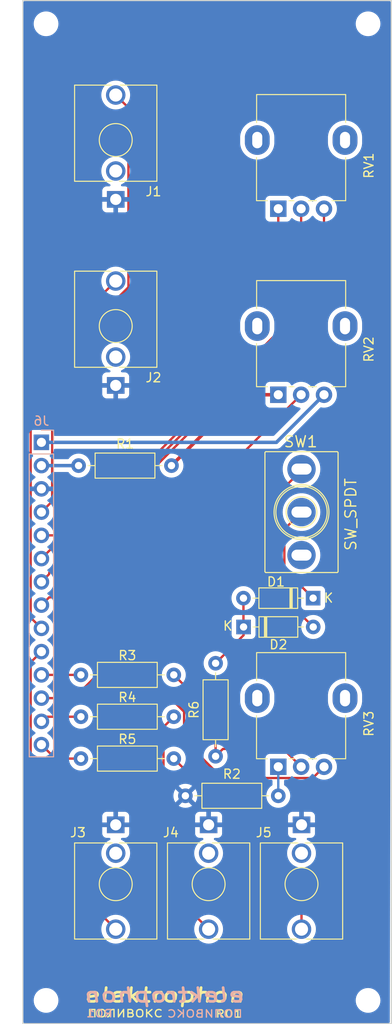
<source format=kicad_pcb>
(kicad_pcb (version 20221018) (generator pcbnew)
  (title_block (title "ПОЛИВОКС") (date "2020-06-01") (rev "01") (comment 1 "PCB for mount circuit") (comment 2 "schema for mount circuit") (comment 4 "License CC BY 4.0 - Attribution 4.0 International"))
  (layers (0 "F.Cu" signal) (31 "B.Cu" signal) (34 "B.Paste" user) (35 "F.Paste" user) (36 "B.SilkS" user "B.Silkscreen") (37 "F.SilkS" user "F.Silkscreen") (38 "B.Mask" user) (39 "F.Mask" user) (44 "Edge.Cuts" user))
  (net 0 "")
  (net 1 "GND")
  (net 2 "+15V")
  (net 3 "-15V")
  (net 4 "Net-(D1-A)")
  (net 5 "Net-(D1-K)")
  (net 6 "Net-(R2-Pad2)")
  (net 7 "/fm_in")
  (net 8 "/cv")
  (net 9 "/in")
  (net 10 "Net-(J4-PadT)")
  (net 11 "Net-(J5-PadT)")
  (net 12 "/lp_out")
  (net 13 "/bp_out")
  (net 14 "/res_2")
  (net 15 "/res_1")
  (net 16 "/freq")
  (net 17 "/fm_level_3")
  (net 18 "/fm_level_2")
  (net 19 "/fm_level_1")
  (net 20 "Net-(R1-Pad2)")
  (net 21 "Net-(R3-Pad2)")
  (footprint "MountingHole:MountingHole_2.2mm_M2" (layer "F.Cu") (at 27.94 27.94)
    (fp_text reference "H1" hide)
    (fp_text value "MountingHole" hide)
    (pad "" np_thru_hole circle (at 0 0) (size 2.2 2.2) (drill 2.2) (layers "*.Cu" "*.Mask"))
  )
  (footprint "MountingHole:MountingHole_2.2mm_M2" (layer "F.Cu") (at 63.16 27.94)
    (fp_text reference "H2" hide)
    (fp_text value "MountingHole" hide)
    (pad "" np_thru_hole circle (at 0 0) (size 2.2 2.2) (drill 2.2) (layers "*.Cu" "*.Mask"))
  )
  (footprint "MountingHole:MountingHole_2.2mm_M2" (layer "F.Cu") (at 63.16 134.62)
    (fp_text reference "H3" hide)
    (fp_text value "MountingHole" hide)
    (pad "" np_thru_hole circle (at 0 0) (size 2.2 2.2) (drill 2.2) (layers "*.Cu" "*.Mask"))
  )
  (footprint "MountingHole:MountingHole_2.2mm_M2" (layer "F.Cu") (at 27.94 134.62)
    (fp_text reference "H4" hide)
    (fp_text value "MountingHole" hide)
    (pad "" np_thru_hole circle (at 0 0) (size 2.2 2.2) (drill 2.2) (layers "*.Cu" "*.Mask"))
  )
  (footprint "Diode_THT:D_DO-35_SOD27_P7.62mm_Horizontal" (layer "F.Cu") (at 57.15 90.678 180)
    (fp_text reference "D1" (at 4.064 1.778) (layer "F.SilkS"))
    (fp_text value "1N4148")
    (fp_text user "K" (at -1.685 0.018) (layer "F.SilkS"))
    (fp_line (start 1.04 0) (end 1.69 0) (stroke (width 0.12)) (layer "F.SilkS"))
    (fp_line (start 1.69 -1.12) (end 1.69 1.12) (stroke (width 0.12)) (layer "F.SilkS"))
    (fp_line (start 1.69 1.12) (end 5.93 1.12) (stroke (width 0.12)) (layer "F.SilkS"))
    (fp_line (start 2.29 -1.12) (end 2.29 1.12) (stroke (width 0.12)) (layer "F.SilkS"))
    (fp_line (start 2.41 -1.12) (end 2.41 1.12) (stroke (width 0.12)) (layer "F.SilkS"))
    (fp_line (start 2.53 -1.12) (end 2.53 1.12) (stroke (width 0.12)) (layer "F.SilkS"))
    (fp_line (start 5.93 -1.12) (end 1.69 -1.12) (stroke (width 0.12)) (layer "F.SilkS"))
    (fp_line (start 5.93 1.12) (end 5.93 -1.12) (stroke (width 0.12)) (layer "F.SilkS"))
    (fp_line (start 6.58 0) (end 5.93 0) (stroke (width 0.12)) (layer "F.SilkS"))
    (pad "1" thru_hole rect (at 0 0 180) (size 1.6 1.6) (drill 0.8) (layers "*.Cu" "*.Mask") (net 5 "Net-(D1-K)"))
    (pad "2" thru_hole oval (at 7.62 0 180) (size 1.6 1.6) (drill 0.8) (layers "*.Cu" "*.Mask") (net 4 "Net-(D1-A)"))
  )
  (footprint "Diode_THT:D_DO-35_SOD27_P7.62mm_Horizontal" (layer "F.Cu") (at 49.542 93.826)
    (fp_text reference "D2" (at 3.81 1.932) (layer "F.SilkS"))
    (fp_text value "1N4148")
    (fp_text user "K" (at -1.732 -0.116) (layer "F.SilkS"))
    (fp_line (start 1.04 0) (end 1.69 0) (stroke (width 0.12)) (layer "F.SilkS"))
    (fp_line (start 1.69 -1.12) (end 1.69 1.12) (stroke (width 0.12)) (layer "F.SilkS"))
    (fp_line (start 1.69 1.12) (end 5.93 1.12) (stroke (width 0.12)) (layer "F.SilkS"))
    (fp_line (start 2.29 -1.12) (end 2.29 1.12) (stroke (width 0.12)) (layer "F.SilkS"))
    (fp_line (start 2.41 -1.12) (end 2.41 1.12) (stroke (width 0.12)) (layer "F.SilkS"))
    (fp_line (start 2.53 -1.12) (end 2.53 1.12) (stroke (width 0.12)) (layer "F.SilkS"))
    (fp_line (start 5.93 -1.12) (end 1.69 -1.12) (stroke (width 0.12)) (layer "F.SilkS"))
    (fp_line (start 5.93 1.12) (end 5.93 -1.12) (stroke (width 0.12)) (layer "F.SilkS"))
    (fp_line (start 6.58 0) (end 5.93 0) (stroke (width 0.12)) (layer "F.SilkS"))
    (pad "1" thru_hole rect (at 0 0) (size 1.6 1.6) (drill 0.8) (layers "*.Cu" "*.Mask") (net 4 "Net-(D1-A)"))
    (pad "2" thru_hole oval (at 7.62 0) (size 1.6 1.6) (drill 0.8) (layers "*.Cu" "*.Mask") (net 5 "Net-(D1-K)"))
  )
  (footprint "elektrophon:Jack_3.5mm_WQP-PJ398SM_Vertical" (layer "F.Cu") (at 35.56 40.64 180)
    (fp_text reference "J1" (at -4.13 -5.63 180) (layer "F.SilkS"))
    (fp_text value "FM_IN")
    (fp_line (start -4.5 -4.5) (end -4.5 6) (stroke (width 0.12)) (layer "F.SilkS"))
    (fp_line (start -0.5 6) (end -4.5 6) (stroke (width 0.12)) (layer "F.SilkS"))
    (fp_line (start -0.4 -4.5) (end -4.5 -4.5) (stroke (width 0.12)) (layer "F.SilkS"))
    (fp_line (start 4.5 -4.5) (end 0.4 -4.5) (stroke (width 0.12)) (layer "F.SilkS"))
    (fp_line (start 4.5 -4.5) (end 4.5 6) (stroke (width 0.12)) (layer "F.SilkS"))
    (fp_line (start 4.5 6) (end 0.5 6) (stroke (width 0.12)) (layer "F.SilkS"))
    (fp_circle (center 0 0) (end 1.8 0) (stroke (width 0.12)) (fill none) (layer "F.SilkS"))
    (pad "S" thru_hole rect (at 0 -6.48) (size 1.93 1.83) (drill 1.22) (layers "*.Cu" "*.Mask") (net 1 "GND"))
    (pad "T" thru_hole circle (at 0 4.92) (size 2.13 2.13) (drill 1.43) (layers "*.Cu" "*.Mask") (net 7 "/fm_in"))
    (pad "TN" thru_hole circle (at 0 -3.38) (size 2.13 2.13) (drill 1.42) (layers "*.Cu" "*.Mask"))
  )
  (footprint "elektrophon:Jack_3.5mm_WQP-PJ398SM_Vertical" (layer "F.Cu") (at 35.56 60.96 180)
    (fp_text reference "J2" (at -4.13 -5.63 180) (layer "F.SilkS"))
    (fp_text value "CV_IN")
    (fp_line (start -4.5 -4.5) (end -4.5 6) (stroke (width 0.12)) (layer "F.SilkS"))
    (fp_line (start -0.5 6) (end -4.5 6) (stroke (width 0.12)) (layer "F.SilkS"))
    (fp_line (start -0.4 -4.5) (end -4.5 -4.5) (stroke (width 0.12)) (layer "F.SilkS"))
    (fp_line (start 4.5 -4.5) (end 0.4 -4.5) (stroke (width 0.12)) (layer "F.SilkS"))
    (fp_line (start 4.5 -4.5) (end 4.5 6) (stroke (width 0.12)) (layer "F.SilkS"))
    (fp_line (start 4.5 6) (end 0.5 6) (stroke (width 0.12)) (layer "F.SilkS"))
    (fp_circle (center 0 0) (end 1.8 0) (stroke (width 0.12)) (fill none) (layer "F.SilkS"))
    (pad "S" thru_hole rect (at 0 -6.48) (size 1.93 1.83) (drill 1.22) (layers "*.Cu" "*.Mask") (net 1 "GND"))
    (pad "T" thru_hole circle (at 0 4.92) (size 2.13 2.13) (drill 1.43) (layers "*.Cu" "*.Mask") (net 8 "/cv"))
    (pad "TN" thru_hole circle (at 0 -3.38) (size 2.13 2.13) (drill 1.42) (layers "*.Cu" "*.Mask"))
  )
  (footprint "elektrophon:Jack_3.5mm_WQP-PJ398SM_Vertical" (layer "F.Cu") (at 35.56 121.92)
    (fp_text reference "J3" (at -4.13 -5.63) (layer "F.SilkS"))
    (fp_text value "INPUT")
    (fp_line (start -4.5 -4.5) (end -4.5 6) (stroke (width 0.12)) (layer "F.SilkS"))
    (fp_line (start -0.5 6) (end -4.5 6) (stroke (width 0.12)) (layer "F.SilkS"))
    (fp_line (start -0.4 -4.5) (end -4.5 -4.5) (stroke (width 0.12)) (layer "F.SilkS"))
    (fp_line (start 4.5 -4.5) (end 0.4 -4.5) (stroke (width 0.12)) (layer "F.SilkS"))
    (fp_line (start 4.5 -4.5) (end 4.5 6) (stroke (width 0.12)) (layer "F.SilkS"))
    (fp_line (start 4.5 6) (end 0.5 6) (stroke (width 0.12)) (layer "F.SilkS"))
    (fp_circle (center 0 0) (end 1.8 0) (stroke (width 0.12)) (fill none) (layer "F.SilkS"))
    (pad "S" thru_hole rect (at 0 -6.48 180) (size 1.93 1.83) (drill 1.22) (layers "*.Cu" "*.Mask") (net 1 "GND"))
    (pad "T" thru_hole circle (at 0 4.92 180) (size 2.13 2.13) (drill 1.43) (layers "*.Cu" "*.Mask") (net 9 "/in"))
    (pad "TN" thru_hole circle (at 0 -3.38 180) (size 2.13 2.13) (drill 1.42) (layers "*.Cu" "*.Mask"))
  )
  (footprint "elektrophon:Jack_3.5mm_WQP-PJ398SM_Vertical" (layer "F.Cu") (at 45.72 121.92)
    (fp_text reference "J4" (at -4.13 -5.63) (layer "F.SilkS"))
    (fp_text value "BP_OUT")
    (fp_line (start -4.5 -4.5) (end -4.5 6) (stroke (width 0.12)) (layer "F.SilkS"))
    (fp_line (start -0.5 6) (end -4.5 6) (stroke (width 0.12)) (layer "F.SilkS"))
    (fp_line (start -0.4 -4.5) (end -4.5 -4.5) (stroke (width 0.12)) (layer "F.SilkS"))
    (fp_line (start 4.5 -4.5) (end 0.4 -4.5) (stroke (width 0.12)) (layer "F.SilkS"))
    (fp_line (start 4.5 -4.5) (end 4.5 6) (stroke (width 0.12)) (layer "F.SilkS"))
    (fp_line (start 4.5 6) (end 0.5 6) (stroke (width 0.12)) (layer "F.SilkS"))
    (fp_circle (center 0 0) (end 1.8 0) (stroke (width 0.12)) (fill none) (layer "F.SilkS"))
    (pad "S" thru_hole rect (at 0 -6.48 180) (size 1.93 1.83) (drill 1.22) (layers "*.Cu" "*.Mask") (net 1 "GND"))
    (pad "T" thru_hole circle (at 0 4.92 180) (size 2.13 2.13) (drill 1.43) (layers "*.Cu" "*.Mask") (net 10 "Net-(J4-PadT)"))
    (pad "TN" thru_hole circle (at 0 -3.38 180) (size 2.13 2.13) (drill 1.42) (layers "*.Cu" "*.Mask"))
  )
  (footprint "elektrophon:Jack_3.5mm_WQP-PJ398SM_Vertical" (layer "F.Cu") (at 55.88 121.92)
    (fp_text reference "J5" (at -4.13 -5.63) (layer "F.SilkS"))
    (fp_text value "LP_OUT")
    (fp_line (start -4.5 -4.5) (end -4.5 6) (stroke (width 0.12)) (layer "F.SilkS"))
    (fp_line (start -0.5 6) (end -4.5 6) (stroke (width 0.12)) (layer "F.SilkS"))
    (fp_line (start -0.4 -4.5) (end -4.5 -4.5) (stroke (width 0.12)) (layer "F.SilkS"))
    (fp_line (start 4.5 -4.5) (end 0.4 -4.5) (stroke (width 0.12)) (layer "F.SilkS"))
    (fp_line (start 4.5 -4.5) (end 4.5 6) (stroke (width 0.12)) (layer "F.SilkS"))
    (fp_line (start 4.5 6) (end 0.5 6) (stroke (width 0.12)) (layer "F.SilkS"))
    (fp_circle (center 0 0) (end 1.8 0) (stroke (width 0.12)) (fill none) (layer "F.SilkS"))
    (pad "S" thru_hole rect (at 0 -6.48 180) (size 1.93 1.83) (drill 1.22) (layers "*.Cu" "*.Mask") (net 1 "GND"))
    (pad "T" thru_hole circle (at 0 4.92 180) (size 2.13 2.13) (drill 1.43) (layers "*.Cu" "*.Mask") (net 11 "Net-(J5-PadT)"))
    (pad "TN" thru_hole circle (at 0 -3.38 180) (size 2.13 2.13) (drill 1.42) (layers "*.Cu" "*.Mask"))
  )
  (footprint "Resistor_THT:R_Axial_DIN0207_L6.3mm_D2.5mm_P10.16mm_Horizontal" (layer "F.Cu") (at 31.496 76.2)
    (fp_text reference "R1" (at 5.08 -2.37) (layer "F.SilkS"))
    (fp_text value "47k")
    (fp_line (start 1.04 0) (end 1.81 0) (stroke (width 0.12)) (layer "F.SilkS"))
    (fp_line (start 1.81 -1.37) (end 1.81 1.37) (stroke (width 0.12)) (layer "F.SilkS"))
    (fp_line (start 1.81 1.37) (end 8.35 1.37) (stroke (width 0.12)) (layer "F.SilkS"))
    (fp_line (start 8.35 -1.37) (end 1.81 -1.37) (stroke (width 0.12)) (layer "F.SilkS"))
    (fp_line (start 8.35 1.37) (end 8.35 -1.37) (stroke (width 0.12)) (layer "F.SilkS"))
    (fp_line (start 9.12 0) (end 8.35 0) (stroke (width 0.12)) (layer "F.SilkS"))
    (pad "1" thru_hole circle (at 0 0) (size 1.6 1.6) (drill 0.8) (layers "*.Cu" "*.Mask") (net 3 "-15V"))
    (pad "2" thru_hole oval (at 10.16 0) (size 1.6 1.6) (drill 0.8) (layers "*.Cu" "*.Mask") (net 20 "Net-(R1-Pad2)"))
  )
  (footprint "Resistor_THT:R_Axial_DIN0207_L6.3mm_D2.5mm_P10.16mm_Horizontal" (layer "F.Cu") (at 43.18 112.268)
    (fp_text reference "R2" (at 5.08 -2.37) (layer "F.SilkS"))
    (fp_text value "100")
    (fp_line (start 1.04 0) (end 1.81 0) (stroke (width 0.12)) (layer "F.SilkS"))
    (fp_line (start 1.81 -1.37) (end 1.81 1.37) (stroke (width 0.12)) (layer "F.SilkS"))
    (fp_line (start 1.81 1.37) (end 8.35 1.37) (stroke (width 0.12)) (layer "F.SilkS"))
    (fp_line (start 8.35 -1.37) (end 1.81 -1.37) (stroke (width 0.12)) (layer "F.SilkS"))
    (fp_line (start 8.35 1.37) (end 8.35 -1.37) (stroke (width 0.12)) (layer "F.SilkS"))
    (fp_line (start 9.12 0) (end 8.35 0) (stroke (width 0.12)) (layer "F.SilkS"))
    (pad "1" thru_hole circle (at 0 0) (size 1.6 1.6) (drill 0.8) (layers "*.Cu" "*.Mask") (net 1 "GND"))
    (pad "2" thru_hole oval (at 10.16 0) (size 1.6 1.6) (drill 0.8) (layers "*.Cu" "*.Mask") (net 6 "Net-(R2-Pad2)"))
  )
  (footprint "Resistor_THT:R_Axial_DIN0207_L6.3mm_D2.5mm_P10.16mm_Horizontal" (layer "F.Cu") (at 31.75 99.06)
    (fp_text reference "R3" (at 5.08 -2.116) (layer "F.SilkS"))
    (fp_text value "27k")
    (fp_line (start 1.04 0) (end 1.81 0) (stroke (width 0.12)) (layer "F.SilkS"))
    (fp_line (start 1.81 -1.37) (end 1.81 1.37) (stroke (width 0.12)) (layer "F.SilkS"))
    (fp_line (start 1.81 1.37) (end 8.35 1.37) (stroke (width 0.12)) (layer "F.SilkS"))
    (fp_line (start 8.35 -1.37) (end 1.81 -1.37) (stroke (width 0.12)) (layer "F.SilkS"))
    (fp_line (start 8.35 1.37) (end 8.35 -1.37) (stroke (width 0.12)) (layer "F.SilkS"))
    (fp_line (start 9.12 0) (end 8.35 0) (stroke (width 0.12)) (layer "F.SilkS"))
    (pad "1" thru_hole circle (at 0 0) (size 1.6 1.6) (drill 0.8) (layers "*.Cu" "*.Mask") (net 15 "/res_1"))
    (pad "2" thru_hole oval (at 10.16 0) (size 1.6 1.6) (drill 0.8) (layers "*.Cu" "*.Mask") (net 21 "Net-(R3-Pad2)"))
  )
  (footprint "Resistor_THT:R_Axial_DIN0207_L6.3mm_D2.5mm_P10.16mm_Horizontal" (layer "F.Cu") (at 46.482 107.95 90)
    (fp_text reference "R6" (at 5.08 -2.37 90) (layer "F.SilkS"))
    (fp_text value "470")
    (fp_line (start 1.04 0) (end 1.81 0) (stroke (width 0.12)) (layer "F.SilkS"))
    (fp_line (start 1.81 -1.37) (end 1.81 1.37) (stroke (width 0.12)) (layer "F.SilkS"))
    (fp_line (start 1.81 1.37) (end 8.35 1.37) (stroke (width 0.12)) (layer "F.SilkS"))
    (fp_line (start 8.35 -1.37) (end 1.81 -1.37) (stroke (width 0.12)) (layer "F.SilkS"))
    (fp_line (start 8.35 1.37) (end 8.35 -1.37) (stroke (width 0.12)) (layer "F.SilkS"))
    (fp_line (start 9.12 0) (end 8.35 0) (stroke (width 0.12)) (layer "F.SilkS"))
    (pad "1" thru_hole circle (at 0 0 90) (size 1.6 1.6) (drill 0.8) (layers "*.Cu" "*.Mask") (net 21 "Net-(R3-Pad2)"))
    (pad "2" thru_hole oval (at 10.16 0 90) (size 1.6 1.6) (drill 0.8) (layers "*.Cu" "*.Mask") (net 4 "Net-(D1-A)"))
  )
  (footprint "Resistor_THT:R_Axial_DIN0207_L6.3mm_D2.5mm_P10.16mm_Horizontal" (layer "F.Cu") (at 31.75 103.632)
    (fp_text reference "R4" (at 5.08 -2.116) (layer "F.SilkS"))
    (fp_text value "1k")
    (fp_line (start 1.04 0) (end 1.81 0) (stroke (width 0.12)) (layer "F.SilkS"))
    (fp_line (start 1.81 -1.37) (end 1.81 1.37) (stroke (width 0.12)) (layer "F.SilkS"))
    (fp_line (start 1.81 1.37) (end 8.35 1.37) (stroke (width 0.12)) (layer "F.SilkS"))
    (fp_line (start 8.35 -1.37) (end 1.81 -1.37) (stroke (width 0.12)) (layer "F.SilkS"))
    (fp_line (start 8.35 1.37) (end 8.35 -1.37) (stroke (width 0.12)) (layer "F.SilkS"))
    (fp_line (start 9.12 0) (end 8.35 0) (stroke (width 0.12)) (layer "F.SilkS"))
    (pad "1" thru_hole circle (at 0 0) (size 1.6 1.6) (drill 0.8) (layers "*.Cu" "*.Mask") (net 13 "/bp_out"))
    (pad "2" thru_hole oval (at 10.16 0) (size 1.6 1.6) (drill 0.8) (layers "*.Cu" "*.Mask") (net 10 "Net-(J4-PadT)"))
  )
  (footprint "Resistor_THT:R_Axial_DIN0207_L6.3mm_D2.5mm_P10.16mm_Horizontal" (layer "F.Cu") (at 31.75 108.204)
    (fp_text reference "R5" (at 5.08 -2.116) (layer "F.SilkS"))
    (fp_text value "1k")
    (fp_line (start 1.04 0) (end 1.81 0) (stroke (width 0.12)) (layer "F.SilkS"))
    (fp_line (start 1.81 -1.37) (end 1.81 1.37) (stroke (width 0.12)) (layer "F.SilkS"))
    (fp_line (start 1.81 1.37) (end 8.35 1.37) (stroke (width 0.12)) (layer "F.SilkS"))
    (fp_line (start 8.35 -1.37) (end 1.81 -1.37) (stroke (width 0.12)) (layer "F.SilkS"))
    (fp_line (start 8.35 1.37) (end 8.35 -1.37) (stroke (width 0.12)) (layer "F.SilkS"))
    (fp_line (start 9.12 0) (end 8.35 0) (stroke (width 0.12)) (layer "F.SilkS"))
    (pad "1" thru_hole circle (at 0 0) (size 1.6 1.6) (drill 0.8) (layers "*.Cu" "*.Mask") (net 12 "/lp_out"))
    (pad "2" thru_hole oval (at 10.16 0) (size 1.6 1.6) (drill 0.8) (layers "*.Cu" "*.Mask") (net 11 "Net-(J5-PadT)"))
  )
  (footprint "elektrophon:Potentiometer_Alpha_RD901F-40-00D_Single_Vertical" (layer "F.Cu") (at 55.88 40.64 90)
    (fp_text reference "RV1" (at -2.794 7.366 270) (layer "F.SilkS"))
    (fp_text value "47k")
    (fp_line (start -6.62 -4.92) (end -1.9 -4.92) (stroke (width 0.12)) (layer "F.SilkS"))
    (fp_line (start -6.62 -3.73) (end -6.62 -4.91) (stroke (width 0.12)) (layer "F.SilkS"))
    (fp_line (start -6.62 -0.83) (end -6.62 -1.36) (stroke (width 0.12)) (layer "F.SilkS"))
    (fp_line (start -6.62 1.62) (end -6.62 0.79) (stroke (width 0.12)) (layer "F.SilkS"))
    (fp_line (start -6.62 4.83) (end -6.62 3.34) (stroke (width 0.12)) (layer "F.SilkS"))
    (fp_line (start -6.62 4.83) (end -1.9 4.83) (stroke (width 0.12)) (layer "F.SilkS"))
    (fp_line (start 1.91 -4.91) (end 4.97 -4.91) (stroke (width 0.12)) (layer "F.SilkS"))
    (fp_line (start 1.91 4.83) (end 4.97 4.83) (stroke (width 0.12)) (layer "F.SilkS"))
    (fp_line (start 4.97 4.83) (end 4.97 -4.91) (stroke (width 0.12)) (layer "F.SilkS"))
    (pad "" thru_hole oval (at 0 -4.84 180) (size 2.72 3.24) (drill oval 1.1 1.8) (layers "*.Cu" "*.Mask"))
    (pad "" thru_hole oval (at 0 4.76 180) (size 2.72 3.24) (drill oval 1.1 1.8) (layers "*.Cu" "*.Mask"))
    (pad "1" thru_hole rect (at -7.5 -2.54 180) (size 1.8 1.8) (drill 1) (layers "*.Cu" "*.Mask") (net 17 "/fm_level_3"))
    (pad "2" thru_hole circle (at -7.5 -0.04 180) (size 1.8 1.8) (drill 1) (layers "*.Cu" "*.Mask") (net 18 "/fm_level_2"))
    (pad "3" thru_hole circle (at -7.5 2.46 180) (size 1.8 1.8) (drill 1) (layers "*.Cu" "*.Mask") (net 19 "/fm_level_1"))
  )
  (footprint "elektrophon:Potentiometer_Alpha_RD901F-40-00D_Single_Vertical" (layer "F.Cu") (at 55.88 60.96 90)
    (fp_text reference "RV2" (at -2.54 7.366 270) (layer "F.SilkS"))
    (fp_text value "100k")
    (fp_line (start -6.62 -4.92) (end -1.9 -4.92) (stroke (width 0.12)) (layer "F.SilkS"))
    (fp_line (start -6.62 -3.73) (end -6.62 -4.91) (stroke (width 0.12)) (layer "F.SilkS"))
    (fp_line (start -6.62 -0.83) (end -6.62 -1.36) (stroke (width 0.12)) (layer "F.SilkS"))
    (fp_line (start -6.62 1.62) (end -6.62 0.79) (stroke (width 0.12)) (layer "F.SilkS"))
    (fp_line (start -6.62 4.83) (end -6.62 3.34) (stroke (width 0.12)) (layer "F.SilkS"))
    (fp_line (start -6.62 4.83) (end -1.9 4.83) (stroke (width 0.12)) (layer "F.SilkS"))
    (fp_line (start 1.91 -4.91) (end 4.97 -4.91) (stroke (width 0.12)) (layer "F.SilkS"))
    (fp_line (start 1.91 4.83) (end 4.97 4.83) (stroke (width 0.12)) (layer "F.SilkS"))
    (fp_line (start 4.97 4.83) (end 4.97 -4.91) (stroke (width 0.12)) (layer "F.SilkS"))
    (pad "" thru_hole oval (at 0 -4.84 180) (size 2.72 3.24) (drill oval 1.1 1.8) (layers "*.Cu" "*.Mask"))
    (pad "" thru_hole oval (at 0 4.76 180) (size 2.72 3.24) (drill oval 1.1 1.8) (layers "*.Cu" "*.Mask"))
    (pad "1" thru_hole rect (at -7.5 -2.54 180) (size 1.8 1.8) (drill 1) (layers "*.Cu" "*.Mask") (net 20 "Net-(R1-Pad2)"))
    (pad "2" thru_hole circle (at -7.5 -0.04 180) (size 1.8 1.8) (drill 1) (layers "*.Cu" "*.Mask") (net 16 "/freq"))
    (pad "3" thru_hole circle (at -7.5 2.46 180) (size 1.8 1.8) (drill 1) (layers "*.Cu" "*.Mask") (net 2 "+15V"))
  )
  (footprint "elektrophon:Potentiometer_Alpha_RD901F-40-00D_Single_Vertical" (layer "F.Cu") (at 55.88 101.6 90)
    (fp_text reference "RV3" (at -2.794 7.366 270) (layer "F.SilkS"))
    (fp_text value "100k")
    (fp_line (start -6.62 -4.92) (end -1.9 -4.92) (stroke (width 0.12)) (layer "F.SilkS"))
    (fp_line (start -6.62 -3.73) (end -6.62 -4.91) (stroke (width 0.12)) (layer "F.SilkS"))
    (fp_line (start -6.62 -0.83) (end -6.62 -1.36) (stroke (width 0.12)) (layer "F.SilkS"))
    (fp_line (start -6.62 1.62) (end -6.62 0.79) (stroke (width 0.12)) (layer "F.SilkS"))
    (fp_line (start -6.62 4.83) (end -6.62 3.34) (stroke (width 0.12)) (layer "F.SilkS"))
    (fp_line (start -6.62 4.83) (end -1.9 4.83) (stroke (width 0.12)) (layer "F.SilkS"))
    (fp_line (start 1.91 -4.91) (end 4.97 -4.91) (stroke (width 0.12)) (layer "F.SilkS"))
    (fp_line (start 1.91 4.83) (end 4.97 4.83) (stroke (width 0.12)) (layer "F.SilkS"))
    (fp_line (start 4.97 4.83) (end 4.97 -4.91) (stroke (width 0.12)) (layer "F.SilkS"))
    (pad "" thru_hole oval (at 0 -4.84 180) (size 2.72 3.24) (drill oval 1.1 1.8) (layers "*.Cu" "*.Mask"))
    (pad "" thru_hole oval (at 0 4.76 180) (size 2.72 3.24) (drill oval 1.1 1.8) (layers "*.Cu" "*.Mask"))
    (pad "1" thru_hole rect (at -7.5 -2.54 180) (size 1.8 1.8) (drill 1) (layers "*.Cu" "*.Mask") (net 6 "Net-(R2-Pad2)"))
    (pad "2" thru_hole circle (at -7.5 -0.04 180) (size 1.8 1.8) (drill 1) (layers "*.Cu" "*.Mask") (net 21 "Net-(R3-Pad2)"))
    (pad "3" thru_hole circle (at -7.5 2.46 180) (size 1.8 1.8) (drill 1) (layers "*.Cu" "*.Mask") (net 14 "/res_2"))
  )
  (footprint "elektrophon:SPDT_KIT" (layer "F.Cu") (at 55.88 81.28)
    (fp_text reference "SW1" (at -2.032 -6.985) (layer "F.SilkS") (effects (font (size 1.2065 1.2065) (thickness 0.1524)) (justify left bottom)))
    (fp_text value "SW_SPDT" (at 6.096 4.318 90) (layer "F.SilkS") (effects (font (size 1.2065 1.2065) (thickness 0.1524)) (justify left bottom)))
    (fp_line (start -4 6.5) (end -4 -6.5) (stroke (width 0.125)) (layer "F.SilkS"))
    (fp_line (start -3.9 -6.6) (end 3.9 -6.6) (stroke (width 0.125)) (layer "F.SilkS"))
    (fp_line (start 3.9 6.6) (end -3.9 6.6) (stroke (width 0.125)) (layer "F.SilkS"))
    (fp_line (start 4 -6.5) (end 4 6.5) (stroke (width 0.125)) (layer "F.SilkS"))
    (fp_arc (start -4.0005 -6.477) (mid -3.963303 -6.566803) (end -3.8735 -6.604) (stroke (width 0.125)) (layer "F.SilkS"))
    (fp_arc (start -3.8735 6.604) (mid -3.963303 6.566803) (end -4.0005 6.477) (stroke (width 0.125)) (layer "F.SilkS"))
    (fp_arc (start 3.8735 -6.604) (mid 3.963303 -6.566803) (end 4.0005 -6.477) (stroke (width 0.125)) (layer "F.SilkS"))
    (fp_arc (start 4.0005 6.477) (mid 3.963303 6.566803) (end 3.8735 6.604) (stroke (width 0.125)) (layer "F.SilkS"))
    (fp_circle (center 0 0) (end 0.254 -2.794) (stroke (width 0.125)) (fill none) (layer "F.SilkS"))
    (fp_circle (center 0 0) (end 0.3175 -1.651) (stroke (width 0.125)) (fill none) (layer "F.SilkS"))
    (fp_circle (center 0 0) (end 3 0) (stroke (width 0.125)) (fill none) (layer "F.SilkS"))
    (pad "1" thru_hole circle (at 0 -4.7) (size 3.1 3.1) (drill oval 2.2 1.2) (layers "*.Cu" "*.Mask") (net 14 "/res_2"))
    (pad "2" thru_hole circle (at 0 0) (size 3.1 3.1) (drill oval 2.2 1.2) (layers "*.Cu" "*.Mask") (net 5 "Net-(D1-K)"))
    (pad "3" thru_hole circle (at 0 4.7) (size 3.1 3.1) (drill oval 2.2 1.2) (layers "*.Cu" "*.Mask"))
  )
  (footprint "elektrophon:elektrophon logo" (layer "F.Cu") (at 40.91 135.06)
    (fp_text reference "REF**" hide)
    (fp_text value "elektrophon logo" hide)
    (fp_text user "ПОЛИВОКС" (at 8.62 1.02) (layer "B.SilkS") (effects (font (size 0.8 1)) (justify left mirror)))
    (fp_text user "elektrophon" (at 0 -1.016) (layer "B.SilkS") (effects (font (size 1.5 2) (thickness 0.3) italic) (justify mirror)))
    (fp_text user "R01" (at -8.68 0.99) (layer "B.SilkS") (effects (font (size 0.8 1)) (justify right mirror)))
    (fp_text user "elektrophon" (at 0 -1.016) (layer "F.SilkS") (effects (font (size 1.5 2) (thickness 0.3) italic)))
    (fp_text user "ПОЛИВОКС" (at -8.54 0.99) (layer "F.SilkS") (effects (font (size 0.8 1)) (justify left)))
    (fp_text user "R01" (at 8.58 1.02) (layer "F.SilkS") (effects (font (size 0.8 1)) (justify right)))
  )
  (footprint "Connector_PinHeader_2.54mm:PinHeader_1x14_P2.54mm_Vertical" (layer "B.Cu") (at 27.432 73.66 180)
    (fp_text reference "J6" (at 0 2.33) (layer "B.SilkS") (effects (justify mirror)))
    (fp_text value "01x14 Male")
    (fp_line (start -1.33 -34.35) (end 1.33 -34.35) (stroke (width 0.12)) (layer "B.SilkS"))
    (fp_line (start -1.33 -1.27) (end -1.33 -34.35) (stroke (width 0.12)) (layer "B.SilkS"))
    (fp_line (start -1.33 -1.27) (end 1.33 -1.27) (stroke (width 0.12)) (layer "B.SilkS"))
    (fp_line (start -1.33 0) (end -1.33 1.33) (stroke (width 0.12)) (layer "B.SilkS"))
    (fp_line (start -1.33 1.33) (end 0 1.33) (stroke (width 0.12)) (layer "B.SilkS"))
    (fp_line (start 1.33 -1.27) (end 1.33 -34.35) (stroke (width 0.12)) (layer "B.SilkS"))
    (pad "1" thru_hole rect (at 0 0 180) (size 1.7 1.7) (drill 1) (layers "*.Cu" "*.Mask") (net 2 "+15V"))
    (pad "2" thru_hole oval (at 0 -2.54 180) (size 1.7 1.7) (drill 1) (layers "*.Cu" "*.Mask") (net 3 "-15V"))
    (pad "3" thru_hole oval (at 0 -5.08 180) (size 1.7 1.7) (drill 1) (layers "*.Cu" "*.Mask") (net 1 "GND"))
    (pad "4" thru_hole oval (at 0 -7.62 180) (size 1.7 1.7) (drill 1) (layers "*.Cu" "*.Mask") (net 7 "/fm_in"))
    (pad "5" thru_hole oval (at 0 -10.16 180) (size 1.7 1.7) (drill 1) (layers "*.Cu" "*.Mask") (net 17 "/fm_level_3"))
    (pad "6" thru_hole oval (at 0 -12.7 180) (size 1.7 1.7) (drill 1) (layers "*.Cu" "*.Mask") (net 18 "/fm_level_2"))
    (pad "7" thru_hole oval (at 0 -15.24 180) (size 1.7 1.7) (drill 1) (layers "*.Cu" "*.Mask") (net 19 "/fm_level_1"))
    (pad "8" thru_hole oval (at 0 -17.78 180) (size 1.7 1.7) (drill 1) (layers "*.Cu" "*.Mask") (net 16 "/freq"))
    (pad "9" thru_hole oval (at 0 -20.32 180) (size 1.7 1.7) (drill 1) (layers "*.Cu" "*.Mask") (net 8 "/cv"))
    (pad "10" thru_hole oval (at 0 -22.86 180) (size 1.7 1.7) (drill 1) (layers "*.Cu" "*.Mask") (net 9 "/in"))
    (pad "11" thru_hole oval (at 0 -25.4 180) (size 1.7 1.7) (drill 1) (layers "*.Cu" "*.Mask") (net 15 "/res_1"))
    (pad "12" thru_hole oval (at 0 -27.94 180) (size 1.7 1.7) (drill 1) (layers "*.Cu" "*.Mask") (net 14 "/res_2"))
    (pad "13" thru_hole oval (at 0 -30.48 180) (size 1.7 1.7) (drill 1) (layers "*.Cu" "*.Mask") (net 13 "/bp_out"))
    (pad "14" thru_hole oval (at 0 -33.02 180) (size 1.7 1.7) (drill 1) (layers "*.Cu" "*.Mask") (net 12 "/lp_out"))
  )
  (gr_line (start 25.4 137.16) (end 25.4 25.4) (stroke (width 0.12)) (layer "Edge.Cuts"))
  (gr_line (start 25.4 25.4) (end 65.7 25.4) (stroke (width 0.12)) (layer "Edge.Cuts"))
  (gr_line (start 65.7 137.16) (end 25.4 137.16) (stroke (width 0.12)) (layer "Edge.Cuts"))
  (gr_line (start 65.7 25.4) (end 65.7 137.16) (stroke (width 0.12)) (layer "Edge.Cuts"))
  (segment (start 58.34 68.46) (end 53.14 73.66) (width 0.381) (layer "B.Cu") (net 2))
  (segment (start 53.14 73.66) (end 27.432 73.66) (width 0.381) (layer "B.Cu") (net 2))
  (segment (start 27.432 76.2) (end 31.496 76.2) (width 0.381) (layer "B.Cu") (net 3))
  (segment (start 46.482 97.79) (end 49.542 94.73) (width 0.25) (layer "F.Cu") (net 4))
  (segment (start 49.53 90.678) (end 49.53 93.814) (width 0.25) (layer "F.Cu") (net 4))
  (segment (start 49.542 94.73) (end 49.542 93.826) (width 0.25) (layer "F.Cu") (net 4))
  (segment (start 49.53 93.814) (end 49.542 93.826) (width 0.25) (layer "F.Cu") (net 4))
  (segment (start 54.004999 87.532999) (end 54.004999 90.668999) (width 0.25) (layer "F.Cu") (net 5))
  (segment (start 54.004999 87.532999) (end 57.15 90.678) (width 0.25) (layer "F.Cu") (net 5))
  (segment (start 54.004999 90.668999) (end 57.162 93.826) (width 0.25) (layer "F.Cu") (net 5))
  (segment (start 55.88 81.28) (end 54.004999 83.155001) (width 0.25) (layer "F.Cu") (net 5))
  (segment (start 54.004999 83.155001) (end 54.004999 87.532999) (width 0.25) (layer "F.Cu") (net 5))
  (segment (start 53.34 112.268) (end 53.34 109.1) (width 0.25) (layer "B.Cu") (net 6))
  (segment (start 28.607001 65.050201) (end 36.950001 56.707201) (width 0.25) (layer "F.Cu") (net 7))
  (segment (start 36.950001 37.110001) (end 35.56 35.72) (width 0.25) (layer "F.Cu") (net 7))
  (segment (start 27.432 81.28) (end 28.607001 80.104999) (width 0.25) (layer "F.Cu") (net 7))
  (segment (start 36.950001 56.707201) (end 36.950001 37.110001) (width 0.25) (layer "F.Cu") (net 7))
  (segment (start 28.607001 80.104999) (end 28.607001 65.050201) (width 0.25) (layer "F.Cu") (net 7))
  (segment (start 26.256999 92.804999) (end 26.256999 65.343001) (width 0.25) (layer "F.Cu") (net 8))
  (segment (start 27.432 93.98) (end 26.256999 92.804999) (width 0.25) (layer "F.Cu") (net 8))
  (segment (start 26.256999 65.343001) (end 35.56 56.04) (width 0.25) (layer "F.Cu") (net 8))
  (segment (start 27.432 96.52) (end 26.256999 97.695001) (width 0.25) (layer "F.Cu") (net 9))
  (segment (start 26.256999 97.695001) (end 26.256999 117.536999) (width 0.25) (layer "F.Cu") (net 9))
  (segment (start 26.256999 117.536999) (end 35.56 126.84) (width 0.25) (layer "F.Cu") (net 9))
  (segment (start 40.784999 104.757001) (end 40.784999 121.904999) (width 0.25) (layer "F.Cu") (net 10))
  (segment (start 40.784999 121.904999) (end 45.72 126.84) (width 0.25) (layer "F.Cu") (net 10))
  (segment (start 41.91 103.632) (end 40.784999 104.757001) (width 0.25) (layer "F.Cu") (net 10))
  (segment (start 41.91 108.204) (end 55.88 122.174) (width 0.25) (layer "F.Cu") (net 11))
  (segment (start 55.88 122.174) (end 55.88 126.84) (width 0.25) (layer "F.Cu") (net 11))
  (segment (start 27.432 106.68) (end 28.956 108.204) (width 0.25) (layer "F.Cu") (net 12))
  (segment (start 28.956 108.204) (end 31.75 108.204) (width 0.25) (layer "F.Cu") (net 12))
  (segment (start 31.75 103.632) (end 27.94 103.632) (width 0.25) (layer "F.Cu") (net 13))
  (segment (start 27.94 103.632) (end 27.432 104.14) (width 0.25) (layer "F.Cu") (net 13))
  (segment (start 41.543002 101.6) (end 43.035001 103.091999) (width 0.25) (layer "F.Cu") (net 14))
  (segment (start 27.432 101.6) (end 30.988 101.6) (width 0.25) (layer "F.Cu") (net 14))
  (segment (start 27.432 101.6) (end 41.543002 101.6) (width 0.25) (layer "F.Cu") (net 14))
  (segment (start 55.88 76.708) (end 55.88 76.58) (width 0.25) (layer "F.Cu") (net 14))
  (segment (start 47.191999 110.325001) (end 57.114999 110.325001) (width 0.25) (layer "F.Cu") (net 14))
  (segment (start 43.035001 106.168003) (end 47.191999 110.325001) (width 0.25) (layer "F.Cu") (net 14))
  (segment (start 30.988 101.6) (end 55.88 76.708) (width 0.25) (layer "F.Cu") (net 14))
  (segment (start 57.114999 110.325001) (end 58.34 109.1) (width 0.25) (layer "F.Cu") (net 14))
  (segment (start 43.035001 103.091999) (end 43.035001 106.168003) (width 0.25) (layer "F.Cu") (net 14))
  (segment (start 27.432 99.06) (end 31.75 99.06) (width 0.25) (layer "F.Cu") (net 15))
  (segment (start 33.709999 90.590001) (end 55.84 68.46) (width 0.25) (layer "F.Cu") (net 16))
  (segment (start 27.432 91.44) (end 28.281999 90.590001) (width 0.25) (layer "F.Cu") (net 16))
  (segment (start 28.281999 90.590001) (end 33.709999 90.590001) (width 0.25) (layer "F.Cu") (net 16))
  (segment (start 31.115 83.82) (end 27.432 83.82) (width 0.25) (layer "F.Cu") (net 17))
  (segment (start 31.115 83.82) (end 53.34 61.595) (width 0.25) (layer "F.Cu") (net 17))
  (segment (start 53.34 61.595) (end 53.34 48.14) (width 0.25) (layer "F.Cu") (net 17))
  (segment (start 55.84 59.73141) (end 55.84 48.14) (width 0.25) (layer "F.Cu") (net 18))
  (segment (start 27.432 86.36) (end 29.521989 84.270011) (width 0.25) (layer "F.Cu") (net 18))
  (segment (start 31.301399 84.270011) (end 55.84 59.73141) (width 0.25) (layer "F.Cu") (net 18))
  (segment (start 29.521989 84.270011) (end 31.301399 84.270011) (width 0.25) (layer "F.Cu") (net 18))
  (segment (start 31.470976 84.720022) (end 31.487799 84.720022) (width 0.25) (layer "F.Cu") (net 19))
  (segment (start 58.34 57.867821) (end 58.34 48.14) (width 0.25) (layer "F.Cu") (net 19))
  (segment (start 28.281999 88.050001) (end 28.281999 87.908999) (width 0.25) (layer "F.Cu") (net 19))
  (segment (start 28.281999 87.908999) (end 31.470976 84.720022) (width 0.25) (layer "F.Cu") (net 19))
  (segment (start 31.487799 84.720022) (end 58.34 57.867821) (width 0.25) (layer "F.Cu") (net 19))
  (segment (start 27.432 88.9) (end 28.281999 88.050001) (width 0.25) (layer "F.Cu") (net 19))
  (segment (start 49.396 68.46) (end 41.656 76.2) (width 0.381) (layer "F.Cu") (net 20))
  (segment (start 53.34 68.46) (end 49.396 68.46) (width 0.381) (layer "F.Cu") (net 20))
  (segment (start 47.281999 107.150001) (end 53.890001 107.150001) (width 0.25) (layer "F.Cu") (net 21))
  (segment (start 46.482 103.632) (end 46.482 107.95) (width 0.25) (layer "F.Cu") (net 21))
  (segment (start 46.482 107.95) (end 47.281999 107.150001) (width 0.25) (layer "F.Cu") (net 21))
  (segment (start 41.91 99.06) (end 46.482 103.632) (width 0.25) (layer "F.Cu") (net 21))
  (segment (start 53.890001 107.150001) (end 55.84 109.1) (width 0.25) (layer "F.Cu") (net 21))
  (zone (net 1) (net_name "GND") (layer "B.Cu") (connect_pads (clearance 0.508)) (min_thickness 0.254) (fill yes (thermal_gap 0.508) (thermal_bridge_width 0.508))
    (polygon (pts (xy 65.532 137.16) (xy 25.4 137.16) (xy 25.4 25.4) (xy 65.786 25.4)))
  )
)
</source>
